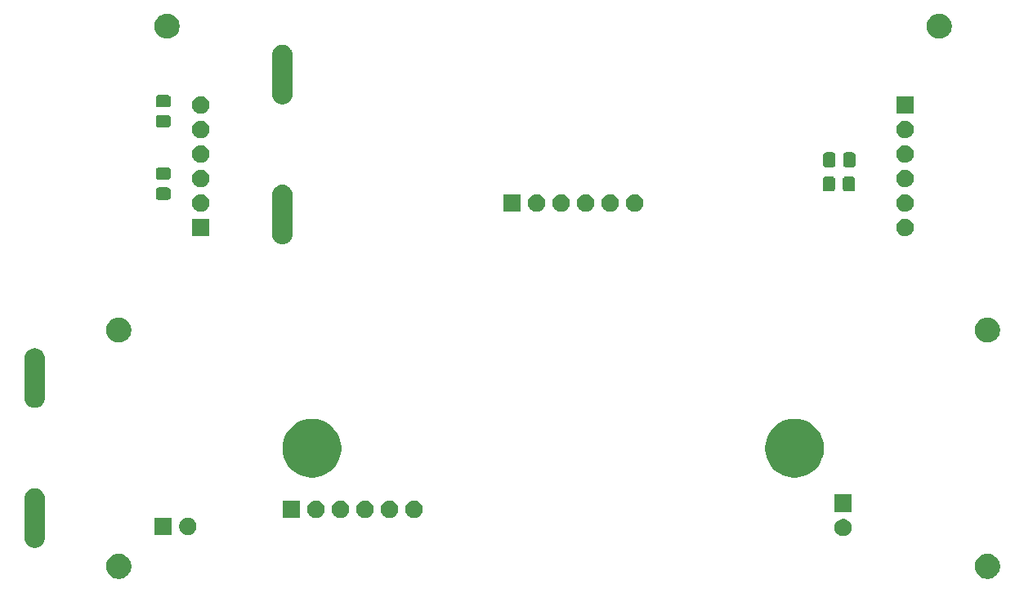
<source format=gbr>
G04 #@! TF.GenerationSoftware,KiCad,Pcbnew,9.0.4*
G04 #@! TF.CreationDate,2025-08-30T14:04:45-07:00*
G04 #@! TF.ProjectId,romi_board_bottom,726f6d69-5f62-46f6-9172-645f626f7474,rev?*
G04 #@! TF.SameCoordinates,Original*
G04 #@! TF.FileFunction,Soldermask,Top*
G04 #@! TF.FilePolarity,Negative*
%FSLAX46Y46*%
G04 Gerber Fmt 4.6, Leading zero omitted, Abs format (unit mm)*
G04 Created by KiCad (PCBNEW 9.0.4) date 2025-08-30 14:04:45*
%MOMM*%
%LPD*%
G01*
G04 APERTURE LIST*
G04 APERTURE END LIST*
G36*
X56695834Y-147875923D02*
G01*
X56889993Y-147939009D01*
X57071893Y-148031691D01*
X57237054Y-148151688D01*
X57381410Y-148296044D01*
X57501407Y-148461205D01*
X57594089Y-148643105D01*
X57657175Y-148837264D01*
X57689111Y-149038901D01*
X57689111Y-149243051D01*
X57657175Y-149444688D01*
X57594089Y-149638847D01*
X57501407Y-149820747D01*
X57381410Y-149985908D01*
X57237054Y-150130264D01*
X57071893Y-150250261D01*
X56889993Y-150342943D01*
X56695834Y-150406029D01*
X56494197Y-150437965D01*
X56290047Y-150437965D01*
X56088410Y-150406029D01*
X55894251Y-150342943D01*
X55712351Y-150250261D01*
X55547190Y-150130264D01*
X55402834Y-149985908D01*
X55282837Y-149820747D01*
X55190155Y-149638847D01*
X55127069Y-149444688D01*
X55095133Y-149243051D01*
X55095133Y-149038901D01*
X55127069Y-148837264D01*
X55190155Y-148643105D01*
X55282837Y-148461205D01*
X55402834Y-148296044D01*
X55547190Y-148151688D01*
X55712351Y-148031691D01*
X55894251Y-147939009D01*
X56088410Y-147875923D01*
X56290047Y-147843987D01*
X56494197Y-147843987D01*
X56695834Y-147875923D01*
G37*
G36*
X146695834Y-147875923D02*
G01*
X146889993Y-147939009D01*
X147071893Y-148031691D01*
X147237054Y-148151688D01*
X147381410Y-148296044D01*
X147501407Y-148461205D01*
X147594089Y-148643105D01*
X147657175Y-148837264D01*
X147689111Y-149038901D01*
X147689111Y-149243051D01*
X147657175Y-149444688D01*
X147594089Y-149638847D01*
X147501407Y-149820747D01*
X147381410Y-149985908D01*
X147237054Y-150130264D01*
X147071893Y-150250261D01*
X146889993Y-150342943D01*
X146695834Y-150406029D01*
X146494197Y-150437965D01*
X146290047Y-150437965D01*
X146088410Y-150406029D01*
X145894251Y-150342943D01*
X145712351Y-150250261D01*
X145547190Y-150130264D01*
X145402834Y-149985908D01*
X145282837Y-149820747D01*
X145190155Y-149638847D01*
X145127069Y-149444688D01*
X145095133Y-149243051D01*
X145095133Y-149038901D01*
X145127069Y-148837264D01*
X145190155Y-148643105D01*
X145282837Y-148461205D01*
X145402834Y-148296044D01*
X145547190Y-148151688D01*
X145712351Y-148031691D01*
X145894251Y-147939009D01*
X146088410Y-147875923D01*
X146290047Y-147843987D01*
X146494197Y-147843987D01*
X146695834Y-147875923D01*
G37*
G36*
X47764511Y-141045085D02*
G01*
X47776118Y-141045085D01*
X47821478Y-141054107D01*
X47919717Y-141069667D01*
X47951312Y-141079933D01*
X47980114Y-141085662D01*
X48020758Y-141102497D01*
X48078001Y-141121097D01*
X48131634Y-141148424D01*
X48172274Y-141165258D01*
X48196686Y-141181569D01*
X48226289Y-141196653D01*
X48306762Y-141255120D01*
X48345213Y-141280812D01*
X48353419Y-141289018D01*
X48360934Y-141294478D01*
X48478619Y-141412163D01*
X48484078Y-141419677D01*
X48492286Y-141427885D01*
X48517980Y-141466340D01*
X48576444Y-141546808D01*
X48591526Y-141576408D01*
X48607840Y-141600824D01*
X48624675Y-141641468D01*
X48652000Y-141695096D01*
X48670597Y-141752332D01*
X48687436Y-141792984D01*
X48693166Y-141821790D01*
X48703430Y-141853380D01*
X48718988Y-141951608D01*
X48728013Y-141996980D01*
X48728839Y-142013808D01*
X48729851Y-142020193D01*
X48732638Y-142091134D01*
X48733122Y-142100976D01*
X48733122Y-146160976D01*
X48732638Y-146170821D01*
X48729851Y-146241758D01*
X48728839Y-146248142D01*
X48728013Y-146264972D01*
X48718987Y-146310347D01*
X48703430Y-146408571D01*
X48693166Y-146440158D01*
X48687436Y-146468968D01*
X48670595Y-146509623D01*
X48652000Y-146566855D01*
X48624678Y-146620477D01*
X48607840Y-146661128D01*
X48591523Y-146685546D01*
X48576444Y-146715143D01*
X48517989Y-146795599D01*
X48492286Y-146834067D01*
X48484076Y-146842276D01*
X48478619Y-146849788D01*
X48360934Y-146967473D01*
X48353422Y-146972930D01*
X48345213Y-146981140D01*
X48306745Y-147006843D01*
X48226289Y-147065298D01*
X48196692Y-147080377D01*
X48172274Y-147096694D01*
X48131623Y-147113532D01*
X48078001Y-147140854D01*
X48020769Y-147159449D01*
X47980114Y-147176290D01*
X47951304Y-147182020D01*
X47919717Y-147192284D01*
X47821488Y-147207842D01*
X47776118Y-147216867D01*
X47764511Y-147216867D01*
X47755337Y-147218320D01*
X47588907Y-147218320D01*
X47579733Y-147216867D01*
X47568126Y-147216867D01*
X47522757Y-147207842D01*
X47424526Y-147192284D01*
X47392936Y-147182020D01*
X47364130Y-147176290D01*
X47323478Y-147159451D01*
X47266242Y-147140854D01*
X47212614Y-147113529D01*
X47171970Y-147096694D01*
X47147554Y-147080380D01*
X47117954Y-147065298D01*
X47037486Y-147006834D01*
X46999031Y-146981140D01*
X46990823Y-146972932D01*
X46983309Y-146967473D01*
X46865624Y-146849788D01*
X46860164Y-146842273D01*
X46851958Y-146834067D01*
X46826266Y-146795616D01*
X46767799Y-146715143D01*
X46752715Y-146685540D01*
X46736404Y-146661128D01*
X46719570Y-146620488D01*
X46692243Y-146566855D01*
X46673643Y-146509612D01*
X46656808Y-146468968D01*
X46651079Y-146440166D01*
X46640813Y-146408571D01*
X46625251Y-146310322D01*
X46616231Y-146264972D01*
X46615404Y-146248151D01*
X46614392Y-146241758D01*
X46611604Y-146170806D01*
X46611122Y-146160976D01*
X46611122Y-142100976D01*
X46611604Y-142091149D01*
X46614392Y-142020193D01*
X46615404Y-142013798D01*
X46616231Y-141996980D01*
X46625251Y-141951632D01*
X46640813Y-141853380D01*
X46651079Y-141821783D01*
X46656808Y-141792984D01*
X46673642Y-141752343D01*
X46692243Y-141695096D01*
X46719572Y-141641458D01*
X46736404Y-141600824D01*
X46752713Y-141576414D01*
X46767799Y-141546808D01*
X46826274Y-141466323D01*
X46851958Y-141427885D01*
X46860161Y-141419681D01*
X46865624Y-141412163D01*
X46983309Y-141294478D01*
X46990827Y-141289015D01*
X46999031Y-141280812D01*
X47037469Y-141255128D01*
X47117954Y-141196653D01*
X47147560Y-141181567D01*
X47171970Y-141165258D01*
X47212604Y-141148426D01*
X47266242Y-141121097D01*
X47323489Y-141102496D01*
X47364130Y-141085662D01*
X47392929Y-141079933D01*
X47424526Y-141069667D01*
X47522767Y-141054107D01*
X47568126Y-141045085D01*
X47579733Y-141045085D01*
X47588907Y-141043632D01*
X47755337Y-141043632D01*
X47764511Y-141045085D01*
G37*
G36*
X131683668Y-144258773D02*
G01*
X131846850Y-144326365D01*
X131993710Y-144424494D01*
X132118604Y-144549388D01*
X132216733Y-144696248D01*
X132284325Y-144859430D01*
X132318783Y-145032663D01*
X132318783Y-145209289D01*
X132284325Y-145382522D01*
X132216733Y-145545704D01*
X132118604Y-145692564D01*
X131993710Y-145817458D01*
X131846850Y-145915587D01*
X131683668Y-145983179D01*
X131510435Y-146017637D01*
X131333809Y-146017637D01*
X131160576Y-145983179D01*
X130997394Y-145915587D01*
X130850534Y-145817458D01*
X130725640Y-145692564D01*
X130627511Y-145545704D01*
X130559919Y-145382522D01*
X130525461Y-145209289D01*
X130525461Y-145032663D01*
X130559919Y-144859430D01*
X130627511Y-144696248D01*
X130725640Y-144549388D01*
X130850534Y-144424494D01*
X130997394Y-144326365D01*
X131160576Y-144258773D01*
X131333809Y-144224315D01*
X131510435Y-144224315D01*
X131683668Y-144258773D01*
G37*
G36*
X61869517Y-144102882D02*
G01*
X61886062Y-144113938D01*
X61897118Y-144130483D01*
X61901000Y-144150000D01*
X61901000Y-145850000D01*
X61897118Y-145869517D01*
X61886062Y-145886062D01*
X61869517Y-145897118D01*
X61850000Y-145901000D01*
X60150000Y-145901000D01*
X60130483Y-145897118D01*
X60113938Y-145886062D01*
X60102882Y-145869517D01*
X60099000Y-145850000D01*
X60099000Y-144150000D01*
X60102882Y-144130483D01*
X60113938Y-144113938D01*
X60130483Y-144102882D01*
X60150000Y-144099000D01*
X61850000Y-144099000D01*
X61869517Y-144102882D01*
G37*
G36*
X63801546Y-144137797D02*
G01*
X63964728Y-144205389D01*
X64111588Y-144303518D01*
X64236482Y-144428412D01*
X64334611Y-144575272D01*
X64402203Y-144738454D01*
X64436661Y-144911687D01*
X64436661Y-145088313D01*
X64402203Y-145261546D01*
X64334611Y-145424728D01*
X64236482Y-145571588D01*
X64111588Y-145696482D01*
X63964728Y-145794611D01*
X63801546Y-145862203D01*
X63628313Y-145896661D01*
X63451687Y-145896661D01*
X63278454Y-145862203D01*
X63115272Y-145794611D01*
X62968412Y-145696482D01*
X62843518Y-145571588D01*
X62745389Y-145424728D01*
X62677797Y-145261546D01*
X62643339Y-145088313D01*
X62643339Y-144911687D01*
X62677797Y-144738454D01*
X62745389Y-144575272D01*
X62843518Y-144428412D01*
X62968412Y-144303518D01*
X63115272Y-144205389D01*
X63278454Y-144137797D01*
X63451687Y-144103339D01*
X63628313Y-144103339D01*
X63801546Y-144137797D01*
G37*
G36*
X75141639Y-142323858D02*
G01*
X75158184Y-142334914D01*
X75169240Y-142351459D01*
X75173122Y-142370976D01*
X75173122Y-144070976D01*
X75169240Y-144090493D01*
X75158184Y-144107038D01*
X75141639Y-144118094D01*
X75122122Y-144121976D01*
X73422122Y-144121976D01*
X73402605Y-144118094D01*
X73386060Y-144107038D01*
X73375004Y-144090493D01*
X73371122Y-144070976D01*
X73371122Y-142370976D01*
X73375004Y-142351459D01*
X73386060Y-142334914D01*
X73402605Y-142323858D01*
X73422122Y-142319976D01*
X75122122Y-142319976D01*
X75141639Y-142323858D01*
G37*
G36*
X77073668Y-142358773D02*
G01*
X77236850Y-142426365D01*
X77383710Y-142524494D01*
X77508604Y-142649388D01*
X77606733Y-142796248D01*
X77674325Y-142959430D01*
X77708783Y-143132663D01*
X77708783Y-143309289D01*
X77674325Y-143482522D01*
X77606733Y-143645704D01*
X77508604Y-143792564D01*
X77383710Y-143917458D01*
X77236850Y-144015587D01*
X77073668Y-144083179D01*
X76900435Y-144117637D01*
X76723809Y-144117637D01*
X76550576Y-144083179D01*
X76387394Y-144015587D01*
X76240534Y-143917458D01*
X76115640Y-143792564D01*
X76017511Y-143645704D01*
X75949919Y-143482522D01*
X75915461Y-143309289D01*
X75915461Y-143132663D01*
X75949919Y-142959430D01*
X76017511Y-142796248D01*
X76115640Y-142649388D01*
X76240534Y-142524494D01*
X76387394Y-142426365D01*
X76550576Y-142358773D01*
X76723809Y-142324315D01*
X76900435Y-142324315D01*
X77073668Y-142358773D01*
G37*
G36*
X79613668Y-142358773D02*
G01*
X79776850Y-142426365D01*
X79923710Y-142524494D01*
X80048604Y-142649388D01*
X80146733Y-142796248D01*
X80214325Y-142959430D01*
X80248783Y-143132663D01*
X80248783Y-143309289D01*
X80214325Y-143482522D01*
X80146733Y-143645704D01*
X80048604Y-143792564D01*
X79923710Y-143917458D01*
X79776850Y-144015587D01*
X79613668Y-144083179D01*
X79440435Y-144117637D01*
X79263809Y-144117637D01*
X79090576Y-144083179D01*
X78927394Y-144015587D01*
X78780534Y-143917458D01*
X78655640Y-143792564D01*
X78557511Y-143645704D01*
X78489919Y-143482522D01*
X78455461Y-143309289D01*
X78455461Y-143132663D01*
X78489919Y-142959430D01*
X78557511Y-142796248D01*
X78655640Y-142649388D01*
X78780534Y-142524494D01*
X78927394Y-142426365D01*
X79090576Y-142358773D01*
X79263809Y-142324315D01*
X79440435Y-142324315D01*
X79613668Y-142358773D01*
G37*
G36*
X82153668Y-142358773D02*
G01*
X82316850Y-142426365D01*
X82463710Y-142524494D01*
X82588604Y-142649388D01*
X82686733Y-142796248D01*
X82754325Y-142959430D01*
X82788783Y-143132663D01*
X82788783Y-143309289D01*
X82754325Y-143482522D01*
X82686733Y-143645704D01*
X82588604Y-143792564D01*
X82463710Y-143917458D01*
X82316850Y-144015587D01*
X82153668Y-144083179D01*
X81980435Y-144117637D01*
X81803809Y-144117637D01*
X81630576Y-144083179D01*
X81467394Y-144015587D01*
X81320534Y-143917458D01*
X81195640Y-143792564D01*
X81097511Y-143645704D01*
X81029919Y-143482522D01*
X80995461Y-143309289D01*
X80995461Y-143132663D01*
X81029919Y-142959430D01*
X81097511Y-142796248D01*
X81195640Y-142649388D01*
X81320534Y-142524494D01*
X81467394Y-142426365D01*
X81630576Y-142358773D01*
X81803809Y-142324315D01*
X81980435Y-142324315D01*
X82153668Y-142358773D01*
G37*
G36*
X84693668Y-142358773D02*
G01*
X84856850Y-142426365D01*
X85003710Y-142524494D01*
X85128604Y-142649388D01*
X85226733Y-142796248D01*
X85294325Y-142959430D01*
X85328783Y-143132663D01*
X85328783Y-143309289D01*
X85294325Y-143482522D01*
X85226733Y-143645704D01*
X85128604Y-143792564D01*
X85003710Y-143917458D01*
X84856850Y-144015587D01*
X84693668Y-144083179D01*
X84520435Y-144117637D01*
X84343809Y-144117637D01*
X84170576Y-144083179D01*
X84007394Y-144015587D01*
X83860534Y-143917458D01*
X83735640Y-143792564D01*
X83637511Y-143645704D01*
X83569919Y-143482522D01*
X83535461Y-143309289D01*
X83535461Y-143132663D01*
X83569919Y-142959430D01*
X83637511Y-142796248D01*
X83735640Y-142649388D01*
X83860534Y-142524494D01*
X84007394Y-142426365D01*
X84170576Y-142358773D01*
X84343809Y-142324315D01*
X84520435Y-142324315D01*
X84693668Y-142358773D01*
G37*
G36*
X87233668Y-142358773D02*
G01*
X87396850Y-142426365D01*
X87543710Y-142524494D01*
X87668604Y-142649388D01*
X87766733Y-142796248D01*
X87834325Y-142959430D01*
X87868783Y-143132663D01*
X87868783Y-143309289D01*
X87834325Y-143482522D01*
X87766733Y-143645704D01*
X87668604Y-143792564D01*
X87543710Y-143917458D01*
X87396850Y-144015587D01*
X87233668Y-144083179D01*
X87060435Y-144117637D01*
X86883809Y-144117637D01*
X86710576Y-144083179D01*
X86547394Y-144015587D01*
X86400534Y-143917458D01*
X86275640Y-143792564D01*
X86177511Y-143645704D01*
X86109919Y-143482522D01*
X86075461Y-143309289D01*
X86075461Y-143132663D01*
X86109919Y-142959430D01*
X86177511Y-142796248D01*
X86275640Y-142649388D01*
X86400534Y-142524494D01*
X86547394Y-142426365D01*
X86710576Y-142358773D01*
X86883809Y-142324315D01*
X87060435Y-142324315D01*
X87233668Y-142358773D01*
G37*
G36*
X132291639Y-141683858D02*
G01*
X132308184Y-141694914D01*
X132319240Y-141711459D01*
X132323122Y-141730976D01*
X132323122Y-143430976D01*
X132319240Y-143450493D01*
X132308184Y-143467038D01*
X132291639Y-143478094D01*
X132272122Y-143481976D01*
X130572122Y-143481976D01*
X130552605Y-143478094D01*
X130536060Y-143467038D01*
X130525004Y-143450493D01*
X130521122Y-143430976D01*
X130521122Y-141730976D01*
X130525004Y-141711459D01*
X130536060Y-141694914D01*
X130552605Y-141683858D01*
X130572122Y-141679976D01*
X132272122Y-141679976D01*
X132291639Y-141683858D01*
G37*
G36*
X76903183Y-133883084D02*
G01*
X77236747Y-133959217D01*
X77559689Y-134072220D01*
X77867948Y-134220669D01*
X78157648Y-134402700D01*
X78425145Y-134616022D01*
X78667076Y-134857953D01*
X78880398Y-135125450D01*
X79062429Y-135415150D01*
X79210878Y-135723409D01*
X79323881Y-136046351D01*
X79400014Y-136379915D01*
X79438322Y-136719905D01*
X79438322Y-137062047D01*
X79400014Y-137402037D01*
X79323881Y-137735601D01*
X79210878Y-138058543D01*
X79062429Y-138366802D01*
X78880398Y-138656502D01*
X78667076Y-138923999D01*
X78425145Y-139165930D01*
X78157648Y-139379252D01*
X77867948Y-139561283D01*
X77559689Y-139709732D01*
X77236747Y-139822735D01*
X76903183Y-139898868D01*
X76563193Y-139937176D01*
X76221051Y-139937176D01*
X75881061Y-139898868D01*
X75547497Y-139822735D01*
X75224555Y-139709732D01*
X74916296Y-139561283D01*
X74626596Y-139379252D01*
X74359099Y-139165930D01*
X74117168Y-138923999D01*
X73903846Y-138656502D01*
X73721815Y-138366802D01*
X73573366Y-138058543D01*
X73460363Y-137735601D01*
X73384230Y-137402037D01*
X73345922Y-137062047D01*
X73345922Y-136719905D01*
X73384230Y-136379915D01*
X73460363Y-136046351D01*
X73573366Y-135723409D01*
X73721815Y-135415150D01*
X73903846Y-135125450D01*
X74117168Y-134857953D01*
X74359099Y-134616022D01*
X74626596Y-134402700D01*
X74916296Y-134220669D01*
X75224555Y-134072220D01*
X75547497Y-133959217D01*
X75881061Y-133883084D01*
X76221051Y-133844776D01*
X76563193Y-133844776D01*
X76903183Y-133883084D01*
G37*
G36*
X126903183Y-133883084D02*
G01*
X127236747Y-133959217D01*
X127559689Y-134072220D01*
X127867948Y-134220669D01*
X128157648Y-134402700D01*
X128425145Y-134616022D01*
X128667076Y-134857953D01*
X128880398Y-135125450D01*
X129062429Y-135415150D01*
X129210878Y-135723409D01*
X129323881Y-136046351D01*
X129400014Y-136379915D01*
X129438322Y-136719905D01*
X129438322Y-137062047D01*
X129400014Y-137402037D01*
X129323881Y-137735601D01*
X129210878Y-138058543D01*
X129062429Y-138366802D01*
X128880398Y-138656502D01*
X128667076Y-138923999D01*
X128425145Y-139165930D01*
X128157648Y-139379252D01*
X127867948Y-139561283D01*
X127559689Y-139709732D01*
X127236747Y-139822735D01*
X126903183Y-139898868D01*
X126563193Y-139937176D01*
X126221051Y-139937176D01*
X125881061Y-139898868D01*
X125547497Y-139822735D01*
X125224555Y-139709732D01*
X124916296Y-139561283D01*
X124626596Y-139379252D01*
X124359099Y-139165930D01*
X124117168Y-138923999D01*
X123903846Y-138656502D01*
X123721815Y-138366802D01*
X123573366Y-138058543D01*
X123460363Y-137735601D01*
X123384230Y-137402037D01*
X123345922Y-137062047D01*
X123345922Y-136719905D01*
X123384230Y-136379915D01*
X123460363Y-136046351D01*
X123573366Y-135723409D01*
X123721815Y-135415150D01*
X123903846Y-135125450D01*
X124117168Y-134857953D01*
X124359099Y-134616022D01*
X124626596Y-134402700D01*
X124916296Y-134220669D01*
X125224555Y-134072220D01*
X125547497Y-133959217D01*
X125881061Y-133883084D01*
X126221051Y-133844776D01*
X126563193Y-133844776D01*
X126903183Y-133883084D01*
G37*
G36*
X47764511Y-126545085D02*
G01*
X47776118Y-126545085D01*
X47821478Y-126554107D01*
X47919717Y-126569667D01*
X47951312Y-126579933D01*
X47980114Y-126585662D01*
X48020758Y-126602497D01*
X48078001Y-126621097D01*
X48131634Y-126648424D01*
X48172274Y-126665258D01*
X48196686Y-126681569D01*
X48226289Y-126696653D01*
X48306762Y-126755120D01*
X48345213Y-126780812D01*
X48353419Y-126789018D01*
X48360934Y-126794478D01*
X48478619Y-126912163D01*
X48484078Y-126919677D01*
X48492286Y-126927885D01*
X48517980Y-126966340D01*
X48576444Y-127046808D01*
X48591526Y-127076408D01*
X48607840Y-127100824D01*
X48624675Y-127141468D01*
X48652000Y-127195096D01*
X48670597Y-127252332D01*
X48687436Y-127292984D01*
X48693166Y-127321790D01*
X48703430Y-127353380D01*
X48718988Y-127451608D01*
X48728013Y-127496980D01*
X48728839Y-127513808D01*
X48729851Y-127520193D01*
X48732638Y-127591134D01*
X48733122Y-127600976D01*
X48733122Y-131660976D01*
X48732638Y-131670821D01*
X48729851Y-131741758D01*
X48728839Y-131748142D01*
X48728013Y-131764972D01*
X48718987Y-131810347D01*
X48703430Y-131908571D01*
X48693166Y-131940158D01*
X48687436Y-131968968D01*
X48670595Y-132009623D01*
X48652000Y-132066855D01*
X48624678Y-132120477D01*
X48607840Y-132161128D01*
X48591523Y-132185546D01*
X48576444Y-132215143D01*
X48517989Y-132295599D01*
X48492286Y-132334067D01*
X48484076Y-132342276D01*
X48478619Y-132349788D01*
X48360934Y-132467473D01*
X48353422Y-132472930D01*
X48345213Y-132481140D01*
X48306745Y-132506843D01*
X48226289Y-132565298D01*
X48196692Y-132580377D01*
X48172274Y-132596694D01*
X48131623Y-132613532D01*
X48078001Y-132640854D01*
X48020769Y-132659449D01*
X47980114Y-132676290D01*
X47951304Y-132682020D01*
X47919717Y-132692284D01*
X47821488Y-132707842D01*
X47776118Y-132716867D01*
X47764511Y-132716867D01*
X47755337Y-132718320D01*
X47588907Y-132718320D01*
X47579733Y-132716867D01*
X47568126Y-132716867D01*
X47522757Y-132707842D01*
X47424526Y-132692284D01*
X47392936Y-132682020D01*
X47364130Y-132676290D01*
X47323478Y-132659451D01*
X47266242Y-132640854D01*
X47212614Y-132613529D01*
X47171970Y-132596694D01*
X47147554Y-132580380D01*
X47117954Y-132565298D01*
X47037486Y-132506834D01*
X46999031Y-132481140D01*
X46990823Y-132472932D01*
X46983309Y-132467473D01*
X46865624Y-132349788D01*
X46860164Y-132342273D01*
X46851958Y-132334067D01*
X46826266Y-132295616D01*
X46767799Y-132215143D01*
X46752715Y-132185540D01*
X46736404Y-132161128D01*
X46719570Y-132120488D01*
X46692243Y-132066855D01*
X46673643Y-132009612D01*
X46656808Y-131968968D01*
X46651079Y-131940166D01*
X46640813Y-131908571D01*
X46625251Y-131810322D01*
X46616231Y-131764972D01*
X46615404Y-131748151D01*
X46614392Y-131741758D01*
X46611604Y-131670806D01*
X46611122Y-131660976D01*
X46611122Y-127600976D01*
X46611604Y-127591149D01*
X46614392Y-127520193D01*
X46615404Y-127513798D01*
X46616231Y-127496980D01*
X46625251Y-127451632D01*
X46640813Y-127353380D01*
X46651079Y-127321783D01*
X46656808Y-127292984D01*
X46673642Y-127252343D01*
X46692243Y-127195096D01*
X46719572Y-127141458D01*
X46736404Y-127100824D01*
X46752713Y-127076414D01*
X46767799Y-127046808D01*
X46826274Y-126966323D01*
X46851958Y-126927885D01*
X46860161Y-126919681D01*
X46865624Y-126912163D01*
X46983309Y-126794478D01*
X46990827Y-126789015D01*
X46999031Y-126780812D01*
X47037469Y-126755128D01*
X47117954Y-126696653D01*
X47147560Y-126681567D01*
X47171970Y-126665258D01*
X47212604Y-126648426D01*
X47266242Y-126621097D01*
X47323489Y-126602496D01*
X47364130Y-126585662D01*
X47392929Y-126579933D01*
X47424526Y-126569667D01*
X47522767Y-126554107D01*
X47568126Y-126545085D01*
X47579733Y-126545085D01*
X47588907Y-126543632D01*
X47755337Y-126543632D01*
X47764511Y-126545085D01*
G37*
G36*
X56695834Y-123375923D02*
G01*
X56889993Y-123439009D01*
X57071893Y-123531691D01*
X57237054Y-123651688D01*
X57381410Y-123796044D01*
X57501407Y-123961205D01*
X57594089Y-124143105D01*
X57657175Y-124337264D01*
X57689111Y-124538901D01*
X57689111Y-124743051D01*
X57657175Y-124944688D01*
X57594089Y-125138847D01*
X57501407Y-125320747D01*
X57381410Y-125485908D01*
X57237054Y-125630264D01*
X57071893Y-125750261D01*
X56889993Y-125842943D01*
X56695834Y-125906029D01*
X56494197Y-125937965D01*
X56290047Y-125937965D01*
X56088410Y-125906029D01*
X55894251Y-125842943D01*
X55712351Y-125750261D01*
X55547190Y-125630264D01*
X55402834Y-125485908D01*
X55282837Y-125320747D01*
X55190155Y-125138847D01*
X55127069Y-124944688D01*
X55095133Y-124743051D01*
X55095133Y-124538901D01*
X55127069Y-124337264D01*
X55190155Y-124143105D01*
X55282837Y-123961205D01*
X55402834Y-123796044D01*
X55547190Y-123651688D01*
X55712351Y-123531691D01*
X55894251Y-123439009D01*
X56088410Y-123375923D01*
X56290047Y-123343987D01*
X56494197Y-123343987D01*
X56695834Y-123375923D01*
G37*
G36*
X146695834Y-123375923D02*
G01*
X146889993Y-123439009D01*
X147071893Y-123531691D01*
X147237054Y-123651688D01*
X147381410Y-123796044D01*
X147501407Y-123961205D01*
X147594089Y-124143105D01*
X147657175Y-124337264D01*
X147689111Y-124538901D01*
X147689111Y-124743051D01*
X147657175Y-124944688D01*
X147594089Y-125138847D01*
X147501407Y-125320747D01*
X147381410Y-125485908D01*
X147237054Y-125630264D01*
X147071893Y-125750261D01*
X146889993Y-125842943D01*
X146695834Y-125906029D01*
X146494197Y-125937965D01*
X146290047Y-125937965D01*
X146088410Y-125906029D01*
X145894251Y-125842943D01*
X145712351Y-125750261D01*
X145547190Y-125630264D01*
X145402834Y-125485908D01*
X145282837Y-125320747D01*
X145190155Y-125138847D01*
X145127069Y-124944688D01*
X145095133Y-124743051D01*
X145095133Y-124538901D01*
X145127069Y-124337264D01*
X145190155Y-124143105D01*
X145282837Y-123961205D01*
X145402834Y-123796044D01*
X145547190Y-123651688D01*
X145712351Y-123531691D01*
X145894251Y-123439009D01*
X146088410Y-123375923D01*
X146290047Y-123343987D01*
X146494197Y-123343987D01*
X146695834Y-123375923D01*
G37*
G36*
X73424511Y-109575085D02*
G01*
X73436118Y-109575085D01*
X73481478Y-109584107D01*
X73579717Y-109599667D01*
X73611312Y-109609933D01*
X73640114Y-109615662D01*
X73680758Y-109632497D01*
X73738001Y-109651097D01*
X73791634Y-109678424D01*
X73832274Y-109695258D01*
X73856686Y-109711569D01*
X73886289Y-109726653D01*
X73966762Y-109785120D01*
X74005213Y-109810812D01*
X74013419Y-109819018D01*
X74020934Y-109824478D01*
X74138619Y-109942163D01*
X74144078Y-109949677D01*
X74152286Y-109957885D01*
X74177980Y-109996340D01*
X74236444Y-110076808D01*
X74251526Y-110106408D01*
X74267840Y-110130824D01*
X74284675Y-110171468D01*
X74312000Y-110225096D01*
X74330597Y-110282332D01*
X74347436Y-110322984D01*
X74353166Y-110351790D01*
X74363430Y-110383380D01*
X74378988Y-110481608D01*
X74388013Y-110526980D01*
X74388839Y-110543808D01*
X74389851Y-110550193D01*
X74392638Y-110621134D01*
X74393122Y-110630976D01*
X74393122Y-114690976D01*
X74392638Y-114700821D01*
X74389851Y-114771758D01*
X74388839Y-114778142D01*
X74388013Y-114794972D01*
X74378987Y-114840347D01*
X74363430Y-114938571D01*
X74353166Y-114970158D01*
X74347436Y-114998968D01*
X74330595Y-115039623D01*
X74312000Y-115096855D01*
X74284678Y-115150477D01*
X74267840Y-115191128D01*
X74251523Y-115215546D01*
X74236444Y-115245143D01*
X74177989Y-115325599D01*
X74152286Y-115364067D01*
X74144076Y-115372276D01*
X74138619Y-115379788D01*
X74020934Y-115497473D01*
X74013422Y-115502930D01*
X74005213Y-115511140D01*
X73966745Y-115536843D01*
X73886289Y-115595298D01*
X73856692Y-115610377D01*
X73832274Y-115626694D01*
X73791623Y-115643532D01*
X73738001Y-115670854D01*
X73680769Y-115689449D01*
X73640114Y-115706290D01*
X73611304Y-115712020D01*
X73579717Y-115722284D01*
X73481488Y-115737842D01*
X73436118Y-115746867D01*
X73424511Y-115746867D01*
X73415337Y-115748320D01*
X73248907Y-115748320D01*
X73239733Y-115746867D01*
X73228126Y-115746867D01*
X73182757Y-115737842D01*
X73084526Y-115722284D01*
X73052936Y-115712020D01*
X73024130Y-115706290D01*
X72983478Y-115689451D01*
X72926242Y-115670854D01*
X72872614Y-115643529D01*
X72831970Y-115626694D01*
X72807554Y-115610380D01*
X72777954Y-115595298D01*
X72697486Y-115536834D01*
X72659031Y-115511140D01*
X72650823Y-115502932D01*
X72643309Y-115497473D01*
X72525624Y-115379788D01*
X72520164Y-115372273D01*
X72511958Y-115364067D01*
X72486266Y-115325616D01*
X72427799Y-115245143D01*
X72412715Y-115215540D01*
X72396404Y-115191128D01*
X72379570Y-115150488D01*
X72352243Y-115096855D01*
X72333643Y-115039612D01*
X72316808Y-114998968D01*
X72311079Y-114970166D01*
X72300813Y-114938571D01*
X72285251Y-114840322D01*
X72276231Y-114794972D01*
X72275404Y-114778151D01*
X72274392Y-114771758D01*
X72271604Y-114700806D01*
X72271122Y-114690976D01*
X72271122Y-110630976D01*
X72271604Y-110621149D01*
X72274392Y-110550193D01*
X72275404Y-110543798D01*
X72276231Y-110526980D01*
X72285251Y-110481632D01*
X72300813Y-110383380D01*
X72311079Y-110351783D01*
X72316808Y-110322984D01*
X72333642Y-110282343D01*
X72352243Y-110225096D01*
X72379572Y-110171458D01*
X72396404Y-110130824D01*
X72412713Y-110106414D01*
X72427799Y-110076808D01*
X72486274Y-109996323D01*
X72511958Y-109957885D01*
X72520161Y-109949681D01*
X72525624Y-109942163D01*
X72643309Y-109824478D01*
X72650827Y-109819015D01*
X72659031Y-109810812D01*
X72697469Y-109785128D01*
X72777954Y-109726653D01*
X72807560Y-109711567D01*
X72831970Y-109695258D01*
X72872604Y-109678426D01*
X72926242Y-109651097D01*
X72983489Y-109632496D01*
X73024130Y-109615662D01*
X73052929Y-109609933D01*
X73084526Y-109599667D01*
X73182767Y-109584107D01*
X73228126Y-109575085D01*
X73239733Y-109575085D01*
X73248907Y-109573632D01*
X73415337Y-109573632D01*
X73424511Y-109575085D01*
G37*
G36*
X65741639Y-113113858D02*
G01*
X65758184Y-113124914D01*
X65769240Y-113141459D01*
X65773122Y-113160976D01*
X65773122Y-114860976D01*
X65769240Y-114880493D01*
X65758184Y-114897038D01*
X65741639Y-114908094D01*
X65722122Y-114911976D01*
X64022122Y-114911976D01*
X64002605Y-114908094D01*
X63986060Y-114897038D01*
X63975004Y-114880493D01*
X63971122Y-114860976D01*
X63971122Y-113160976D01*
X63975004Y-113141459D01*
X63986060Y-113124914D01*
X64002605Y-113113858D01*
X64022122Y-113109976D01*
X65722122Y-113109976D01*
X65741639Y-113113858D01*
G37*
G36*
X138103668Y-113148773D02*
G01*
X138266850Y-113216365D01*
X138413710Y-113314494D01*
X138538604Y-113439388D01*
X138636733Y-113586248D01*
X138704325Y-113749430D01*
X138738783Y-113922663D01*
X138738783Y-114099289D01*
X138704325Y-114272522D01*
X138636733Y-114435704D01*
X138538604Y-114582564D01*
X138413710Y-114707458D01*
X138266850Y-114805587D01*
X138103668Y-114873179D01*
X137930435Y-114907637D01*
X137753809Y-114907637D01*
X137580576Y-114873179D01*
X137417394Y-114805587D01*
X137270534Y-114707458D01*
X137145640Y-114582564D01*
X137047511Y-114435704D01*
X136979919Y-114272522D01*
X136945461Y-114099289D01*
X136945461Y-113922663D01*
X136979919Y-113749430D01*
X137047511Y-113586248D01*
X137145640Y-113439388D01*
X137270534Y-113314494D01*
X137417394Y-113216365D01*
X137580576Y-113148773D01*
X137753809Y-113114315D01*
X137930435Y-113114315D01*
X138103668Y-113148773D01*
G37*
G36*
X98001639Y-110573858D02*
G01*
X98018184Y-110584914D01*
X98029240Y-110601459D01*
X98033122Y-110620976D01*
X98033122Y-112320976D01*
X98029240Y-112340493D01*
X98018184Y-112357038D01*
X98001639Y-112368094D01*
X97982122Y-112371976D01*
X96282122Y-112371976D01*
X96262605Y-112368094D01*
X96246060Y-112357038D01*
X96235004Y-112340493D01*
X96231122Y-112320976D01*
X96231122Y-110620976D01*
X96235004Y-110601459D01*
X96246060Y-110584914D01*
X96262605Y-110573858D01*
X96282122Y-110569976D01*
X97982122Y-110569976D01*
X98001639Y-110573858D01*
G37*
G36*
X65133668Y-110608773D02*
G01*
X65296850Y-110676365D01*
X65443710Y-110774494D01*
X65568604Y-110899388D01*
X65666733Y-111046248D01*
X65734325Y-111209430D01*
X65768783Y-111382663D01*
X65768783Y-111559289D01*
X65734325Y-111732522D01*
X65666733Y-111895704D01*
X65568604Y-112042564D01*
X65443710Y-112167458D01*
X65296850Y-112265587D01*
X65133668Y-112333179D01*
X64960435Y-112367637D01*
X64783809Y-112367637D01*
X64610576Y-112333179D01*
X64447394Y-112265587D01*
X64300534Y-112167458D01*
X64175640Y-112042564D01*
X64077511Y-111895704D01*
X64009919Y-111732522D01*
X63975461Y-111559289D01*
X63975461Y-111382663D01*
X64009919Y-111209430D01*
X64077511Y-111046248D01*
X64175640Y-110899388D01*
X64300534Y-110774494D01*
X64447394Y-110676365D01*
X64610576Y-110608773D01*
X64783809Y-110574315D01*
X64960435Y-110574315D01*
X65133668Y-110608773D01*
G37*
G36*
X99933668Y-110608773D02*
G01*
X100096850Y-110676365D01*
X100243710Y-110774494D01*
X100368604Y-110899388D01*
X100466733Y-111046248D01*
X100534325Y-111209430D01*
X100568783Y-111382663D01*
X100568783Y-111559289D01*
X100534325Y-111732522D01*
X100466733Y-111895704D01*
X100368604Y-112042564D01*
X100243710Y-112167458D01*
X100096850Y-112265587D01*
X99933668Y-112333179D01*
X99760435Y-112367637D01*
X99583809Y-112367637D01*
X99410576Y-112333179D01*
X99247394Y-112265587D01*
X99100534Y-112167458D01*
X98975640Y-112042564D01*
X98877511Y-111895704D01*
X98809919Y-111732522D01*
X98775461Y-111559289D01*
X98775461Y-111382663D01*
X98809919Y-111209430D01*
X98877511Y-111046248D01*
X98975640Y-110899388D01*
X99100534Y-110774494D01*
X99247394Y-110676365D01*
X99410576Y-110608773D01*
X99583809Y-110574315D01*
X99760435Y-110574315D01*
X99933668Y-110608773D01*
G37*
G36*
X102473668Y-110608773D02*
G01*
X102636850Y-110676365D01*
X102783710Y-110774494D01*
X102908604Y-110899388D01*
X103006733Y-111046248D01*
X103074325Y-111209430D01*
X103108783Y-111382663D01*
X103108783Y-111559289D01*
X103074325Y-111732522D01*
X103006733Y-111895704D01*
X102908604Y-112042564D01*
X102783710Y-112167458D01*
X102636850Y-112265587D01*
X102473668Y-112333179D01*
X102300435Y-112367637D01*
X102123809Y-112367637D01*
X101950576Y-112333179D01*
X101787394Y-112265587D01*
X101640534Y-112167458D01*
X101515640Y-112042564D01*
X101417511Y-111895704D01*
X101349919Y-111732522D01*
X101315461Y-111559289D01*
X101315461Y-111382663D01*
X101349919Y-111209430D01*
X101417511Y-111046248D01*
X101515640Y-110899388D01*
X101640534Y-110774494D01*
X101787394Y-110676365D01*
X101950576Y-110608773D01*
X102123809Y-110574315D01*
X102300435Y-110574315D01*
X102473668Y-110608773D01*
G37*
G36*
X105013668Y-110608773D02*
G01*
X105176850Y-110676365D01*
X105323710Y-110774494D01*
X105448604Y-110899388D01*
X105546733Y-111046248D01*
X105614325Y-111209430D01*
X105648783Y-111382663D01*
X105648783Y-111559289D01*
X105614325Y-111732522D01*
X105546733Y-111895704D01*
X105448604Y-112042564D01*
X105323710Y-112167458D01*
X105176850Y-112265587D01*
X105013668Y-112333179D01*
X104840435Y-112367637D01*
X104663809Y-112367637D01*
X104490576Y-112333179D01*
X104327394Y-112265587D01*
X104180534Y-112167458D01*
X104055640Y-112042564D01*
X103957511Y-111895704D01*
X103889919Y-111732522D01*
X103855461Y-111559289D01*
X103855461Y-111382663D01*
X103889919Y-111209430D01*
X103957511Y-111046248D01*
X104055640Y-110899388D01*
X104180534Y-110774494D01*
X104327394Y-110676365D01*
X104490576Y-110608773D01*
X104663809Y-110574315D01*
X104840435Y-110574315D01*
X105013668Y-110608773D01*
G37*
G36*
X107553668Y-110608773D02*
G01*
X107716850Y-110676365D01*
X107863710Y-110774494D01*
X107988604Y-110899388D01*
X108086733Y-111046248D01*
X108154325Y-111209430D01*
X108188783Y-111382663D01*
X108188783Y-111559289D01*
X108154325Y-111732522D01*
X108086733Y-111895704D01*
X107988604Y-112042564D01*
X107863710Y-112167458D01*
X107716850Y-112265587D01*
X107553668Y-112333179D01*
X107380435Y-112367637D01*
X107203809Y-112367637D01*
X107030576Y-112333179D01*
X106867394Y-112265587D01*
X106720534Y-112167458D01*
X106595640Y-112042564D01*
X106497511Y-111895704D01*
X106429919Y-111732522D01*
X106395461Y-111559289D01*
X106395461Y-111382663D01*
X106429919Y-111209430D01*
X106497511Y-111046248D01*
X106595640Y-110899388D01*
X106720534Y-110774494D01*
X106867394Y-110676365D01*
X107030576Y-110608773D01*
X107203809Y-110574315D01*
X107380435Y-110574315D01*
X107553668Y-110608773D01*
G37*
G36*
X110093668Y-110608773D02*
G01*
X110256850Y-110676365D01*
X110403710Y-110774494D01*
X110528604Y-110899388D01*
X110626733Y-111046248D01*
X110694325Y-111209430D01*
X110728783Y-111382663D01*
X110728783Y-111559289D01*
X110694325Y-111732522D01*
X110626733Y-111895704D01*
X110528604Y-112042564D01*
X110403710Y-112167458D01*
X110256850Y-112265587D01*
X110093668Y-112333179D01*
X109920435Y-112367637D01*
X109743809Y-112367637D01*
X109570576Y-112333179D01*
X109407394Y-112265587D01*
X109260534Y-112167458D01*
X109135640Y-112042564D01*
X109037511Y-111895704D01*
X108969919Y-111732522D01*
X108935461Y-111559289D01*
X108935461Y-111382663D01*
X108969919Y-111209430D01*
X109037511Y-111046248D01*
X109135640Y-110899388D01*
X109260534Y-110774494D01*
X109407394Y-110676365D01*
X109570576Y-110608773D01*
X109743809Y-110574315D01*
X109920435Y-110574315D01*
X110093668Y-110608773D01*
G37*
G36*
X138103668Y-110608773D02*
G01*
X138266850Y-110676365D01*
X138413710Y-110774494D01*
X138538604Y-110899388D01*
X138636733Y-111046248D01*
X138704325Y-111209430D01*
X138738783Y-111382663D01*
X138738783Y-111559289D01*
X138704325Y-111732522D01*
X138636733Y-111895704D01*
X138538604Y-112042564D01*
X138413710Y-112167458D01*
X138266850Y-112265587D01*
X138103668Y-112333179D01*
X137930435Y-112367637D01*
X137753809Y-112367637D01*
X137580576Y-112333179D01*
X137417394Y-112265587D01*
X137270534Y-112167458D01*
X137145640Y-112042564D01*
X137047511Y-111895704D01*
X136979919Y-111732522D01*
X136945461Y-111559289D01*
X136945461Y-111382663D01*
X136979919Y-111209430D01*
X137047511Y-111046248D01*
X137145640Y-110899388D01*
X137270534Y-110774494D01*
X137417394Y-110676365D01*
X137580576Y-110608773D01*
X137753809Y-110574315D01*
X137930435Y-110574315D01*
X138103668Y-110608773D01*
G37*
G36*
X61543914Y-109869495D02*
G01*
X61559726Y-109876476D01*
X61567531Y-109877713D01*
X61600039Y-109894276D01*
X61645106Y-109914176D01*
X61723324Y-109992394D01*
X61743226Y-110037467D01*
X61759786Y-110069968D01*
X61761021Y-110077770D01*
X61768005Y-110093586D01*
X61776000Y-110162500D01*
X61776000Y-110837500D01*
X61768005Y-110906414D01*
X61761021Y-110922229D01*
X61759786Y-110930031D01*
X61743229Y-110962524D01*
X61723324Y-111007606D01*
X61645106Y-111085824D01*
X61600024Y-111105729D01*
X61567531Y-111122286D01*
X61559729Y-111123521D01*
X61543914Y-111130505D01*
X61475000Y-111138500D01*
X60525000Y-111138500D01*
X60456086Y-111130505D01*
X60440270Y-111123521D01*
X60432468Y-111122286D01*
X60399967Y-111105726D01*
X60354894Y-111085824D01*
X60276676Y-111007606D01*
X60256776Y-110962539D01*
X60240213Y-110930031D01*
X60238976Y-110922226D01*
X60231995Y-110906414D01*
X60224000Y-110837500D01*
X60224000Y-110162500D01*
X60231995Y-110093586D01*
X60238976Y-110077774D01*
X60240213Y-110069968D01*
X60256780Y-110037453D01*
X60276676Y-109992394D01*
X60354894Y-109914176D01*
X60399953Y-109894280D01*
X60432468Y-109877713D01*
X60440274Y-109876476D01*
X60456086Y-109869495D01*
X60525000Y-109861500D01*
X61475000Y-109861500D01*
X61543914Y-109869495D01*
G37*
G36*
X130368914Y-108731995D02*
G01*
X130384726Y-108738976D01*
X130392531Y-108740213D01*
X130425039Y-108756776D01*
X130470106Y-108776676D01*
X130548324Y-108854894D01*
X130568226Y-108899967D01*
X130584786Y-108932468D01*
X130586021Y-108940270D01*
X130593005Y-108956086D01*
X130601000Y-109025000D01*
X130601000Y-109975000D01*
X130593005Y-110043914D01*
X130586021Y-110059729D01*
X130584786Y-110067531D01*
X130568229Y-110100024D01*
X130548324Y-110145106D01*
X130470106Y-110223324D01*
X130425024Y-110243229D01*
X130392531Y-110259786D01*
X130384729Y-110261021D01*
X130368914Y-110268005D01*
X130300000Y-110276000D01*
X129625000Y-110276000D01*
X129556086Y-110268005D01*
X129540270Y-110261021D01*
X129532468Y-110259786D01*
X129499967Y-110243226D01*
X129454894Y-110223324D01*
X129376676Y-110145106D01*
X129356776Y-110100039D01*
X129340213Y-110067531D01*
X129338976Y-110059726D01*
X129331995Y-110043914D01*
X129324000Y-109975000D01*
X129324000Y-109025000D01*
X129331995Y-108956086D01*
X129338976Y-108940274D01*
X129340213Y-108932468D01*
X129356780Y-108899953D01*
X129376676Y-108854894D01*
X129454894Y-108776676D01*
X129499953Y-108756780D01*
X129532468Y-108740213D01*
X129540274Y-108738976D01*
X129556086Y-108731995D01*
X129625000Y-108724000D01*
X130300000Y-108724000D01*
X130368914Y-108731995D01*
G37*
G36*
X132443914Y-108731995D02*
G01*
X132459726Y-108738976D01*
X132467531Y-108740213D01*
X132500039Y-108756776D01*
X132545106Y-108776676D01*
X132623324Y-108854894D01*
X132643226Y-108899967D01*
X132659786Y-108932468D01*
X132661021Y-108940270D01*
X132668005Y-108956086D01*
X132676000Y-109025000D01*
X132676000Y-109975000D01*
X132668005Y-110043914D01*
X132661021Y-110059729D01*
X132659786Y-110067531D01*
X132643229Y-110100024D01*
X132623324Y-110145106D01*
X132545106Y-110223324D01*
X132500024Y-110243229D01*
X132467531Y-110259786D01*
X132459729Y-110261021D01*
X132443914Y-110268005D01*
X132375000Y-110276000D01*
X131700000Y-110276000D01*
X131631086Y-110268005D01*
X131615270Y-110261021D01*
X131607468Y-110259786D01*
X131574967Y-110243226D01*
X131529894Y-110223324D01*
X131451676Y-110145106D01*
X131431776Y-110100039D01*
X131415213Y-110067531D01*
X131413976Y-110059726D01*
X131406995Y-110043914D01*
X131399000Y-109975000D01*
X131399000Y-109025000D01*
X131406995Y-108956086D01*
X131413976Y-108940274D01*
X131415213Y-108932468D01*
X131431780Y-108899953D01*
X131451676Y-108854894D01*
X131529894Y-108776676D01*
X131574953Y-108756780D01*
X131607468Y-108740213D01*
X131615274Y-108738976D01*
X131631086Y-108731995D01*
X131700000Y-108724000D01*
X132375000Y-108724000D01*
X132443914Y-108731995D01*
G37*
G36*
X65133668Y-108068773D02*
G01*
X65296850Y-108136365D01*
X65443710Y-108234494D01*
X65568604Y-108359388D01*
X65666733Y-108506248D01*
X65734325Y-108669430D01*
X65768783Y-108842663D01*
X65768783Y-109019289D01*
X65734325Y-109192522D01*
X65666733Y-109355704D01*
X65568604Y-109502564D01*
X65443710Y-109627458D01*
X65296850Y-109725587D01*
X65133668Y-109793179D01*
X64960435Y-109827637D01*
X64783809Y-109827637D01*
X64610576Y-109793179D01*
X64447394Y-109725587D01*
X64300534Y-109627458D01*
X64175640Y-109502564D01*
X64077511Y-109355704D01*
X64009919Y-109192522D01*
X63975461Y-109019289D01*
X63975461Y-108842663D01*
X64009919Y-108669430D01*
X64077511Y-108506248D01*
X64175640Y-108359388D01*
X64300534Y-108234494D01*
X64447394Y-108136365D01*
X64610576Y-108068773D01*
X64783809Y-108034315D01*
X64960435Y-108034315D01*
X65133668Y-108068773D01*
G37*
G36*
X138103668Y-108068773D02*
G01*
X138266850Y-108136365D01*
X138413710Y-108234494D01*
X138538604Y-108359388D01*
X138636733Y-108506248D01*
X138704325Y-108669430D01*
X138738783Y-108842663D01*
X138738783Y-109019289D01*
X138704325Y-109192522D01*
X138636733Y-109355704D01*
X138538604Y-109502564D01*
X138413710Y-109627458D01*
X138266850Y-109725587D01*
X138103668Y-109793179D01*
X137930435Y-109827637D01*
X137753809Y-109827637D01*
X137580576Y-109793179D01*
X137417394Y-109725587D01*
X137270534Y-109627458D01*
X137145640Y-109502564D01*
X137047511Y-109355704D01*
X136979919Y-109192522D01*
X136945461Y-109019289D01*
X136945461Y-108842663D01*
X136979919Y-108669430D01*
X137047511Y-108506248D01*
X137145640Y-108359388D01*
X137270534Y-108234494D01*
X137417394Y-108136365D01*
X137580576Y-108068773D01*
X137753809Y-108034315D01*
X137930435Y-108034315D01*
X138103668Y-108068773D01*
G37*
G36*
X61543914Y-107794495D02*
G01*
X61559726Y-107801476D01*
X61567531Y-107802713D01*
X61600039Y-107819276D01*
X61645106Y-107839176D01*
X61723324Y-107917394D01*
X61743226Y-107962467D01*
X61759786Y-107994968D01*
X61761021Y-108002770D01*
X61768005Y-108018586D01*
X61776000Y-108087500D01*
X61776000Y-108762500D01*
X61768005Y-108831414D01*
X61761021Y-108847229D01*
X61759786Y-108855031D01*
X61743229Y-108887524D01*
X61723324Y-108932606D01*
X61645106Y-109010824D01*
X61600024Y-109030729D01*
X61567531Y-109047286D01*
X61559729Y-109048521D01*
X61543914Y-109055505D01*
X61475000Y-109063500D01*
X60525000Y-109063500D01*
X60456086Y-109055505D01*
X60440270Y-109048521D01*
X60432468Y-109047286D01*
X60399967Y-109030726D01*
X60354894Y-109010824D01*
X60276676Y-108932606D01*
X60256776Y-108887539D01*
X60240213Y-108855031D01*
X60238976Y-108847226D01*
X60231995Y-108831414D01*
X60224000Y-108762500D01*
X60224000Y-108087500D01*
X60231995Y-108018586D01*
X60238976Y-108002774D01*
X60240213Y-107994968D01*
X60256780Y-107962453D01*
X60276676Y-107917394D01*
X60354894Y-107839176D01*
X60399953Y-107819280D01*
X60432468Y-107802713D01*
X60440274Y-107801476D01*
X60456086Y-107794495D01*
X60525000Y-107786500D01*
X61475000Y-107786500D01*
X61543914Y-107794495D01*
G37*
G36*
X130406414Y-106231995D02*
G01*
X130422226Y-106238976D01*
X130430031Y-106240213D01*
X130462539Y-106256776D01*
X130507606Y-106276676D01*
X130585824Y-106354894D01*
X130605726Y-106399967D01*
X130622286Y-106432468D01*
X130623521Y-106440270D01*
X130630505Y-106456086D01*
X130638500Y-106525000D01*
X130638500Y-107475000D01*
X130630505Y-107543914D01*
X130623521Y-107559729D01*
X130622286Y-107567531D01*
X130605729Y-107600024D01*
X130585824Y-107645106D01*
X130507606Y-107723324D01*
X130462524Y-107743229D01*
X130430031Y-107759786D01*
X130422229Y-107761021D01*
X130406414Y-107768005D01*
X130337500Y-107776000D01*
X129662500Y-107776000D01*
X129593586Y-107768005D01*
X129577770Y-107761021D01*
X129569968Y-107759786D01*
X129537467Y-107743226D01*
X129492394Y-107723324D01*
X129414176Y-107645106D01*
X129394276Y-107600039D01*
X129377713Y-107567531D01*
X129376476Y-107559726D01*
X129369495Y-107543914D01*
X129361500Y-107475000D01*
X129361500Y-106525000D01*
X129369495Y-106456086D01*
X129376476Y-106440274D01*
X129377713Y-106432468D01*
X129394280Y-106399953D01*
X129414176Y-106354894D01*
X129492394Y-106276676D01*
X129537453Y-106256780D01*
X129569968Y-106240213D01*
X129577774Y-106238976D01*
X129593586Y-106231995D01*
X129662500Y-106224000D01*
X130337500Y-106224000D01*
X130406414Y-106231995D01*
G37*
G36*
X132481414Y-106231995D02*
G01*
X132497226Y-106238976D01*
X132505031Y-106240213D01*
X132537539Y-106256776D01*
X132582606Y-106276676D01*
X132660824Y-106354894D01*
X132680726Y-106399967D01*
X132697286Y-106432468D01*
X132698521Y-106440270D01*
X132705505Y-106456086D01*
X132713500Y-106525000D01*
X132713500Y-107475000D01*
X132705505Y-107543914D01*
X132698521Y-107559729D01*
X132697286Y-107567531D01*
X132680729Y-107600024D01*
X132660824Y-107645106D01*
X132582606Y-107723324D01*
X132537524Y-107743229D01*
X132505031Y-107759786D01*
X132497229Y-107761021D01*
X132481414Y-107768005D01*
X132412500Y-107776000D01*
X131737500Y-107776000D01*
X131668586Y-107768005D01*
X131652770Y-107761021D01*
X131644968Y-107759786D01*
X131612467Y-107743226D01*
X131567394Y-107723324D01*
X131489176Y-107645106D01*
X131469276Y-107600039D01*
X131452713Y-107567531D01*
X131451476Y-107559726D01*
X131444495Y-107543914D01*
X131436500Y-107475000D01*
X131436500Y-106525000D01*
X131444495Y-106456086D01*
X131451476Y-106440274D01*
X131452713Y-106432468D01*
X131469280Y-106399953D01*
X131489176Y-106354894D01*
X131567394Y-106276676D01*
X131612453Y-106256780D01*
X131644968Y-106240213D01*
X131652774Y-106238976D01*
X131668586Y-106231995D01*
X131737500Y-106224000D01*
X132412500Y-106224000D01*
X132481414Y-106231995D01*
G37*
G36*
X65133668Y-105528773D02*
G01*
X65296850Y-105596365D01*
X65443710Y-105694494D01*
X65568604Y-105819388D01*
X65666733Y-105966248D01*
X65734325Y-106129430D01*
X65768783Y-106302663D01*
X65768783Y-106479289D01*
X65734325Y-106652522D01*
X65666733Y-106815704D01*
X65568604Y-106962564D01*
X65443710Y-107087458D01*
X65296850Y-107185587D01*
X65133668Y-107253179D01*
X64960435Y-107287637D01*
X64783809Y-107287637D01*
X64610576Y-107253179D01*
X64447394Y-107185587D01*
X64300534Y-107087458D01*
X64175640Y-106962564D01*
X64077511Y-106815704D01*
X64009919Y-106652522D01*
X63975461Y-106479289D01*
X63975461Y-106302663D01*
X64009919Y-106129430D01*
X64077511Y-105966248D01*
X64175640Y-105819388D01*
X64300534Y-105694494D01*
X64447394Y-105596365D01*
X64610576Y-105528773D01*
X64783809Y-105494315D01*
X64960435Y-105494315D01*
X65133668Y-105528773D01*
G37*
G36*
X138103668Y-105528773D02*
G01*
X138266850Y-105596365D01*
X138413710Y-105694494D01*
X138538604Y-105819388D01*
X138636733Y-105966248D01*
X138704325Y-106129430D01*
X138738783Y-106302663D01*
X138738783Y-106479289D01*
X138704325Y-106652522D01*
X138636733Y-106815704D01*
X138538604Y-106962564D01*
X138413710Y-107087458D01*
X138266850Y-107185587D01*
X138103668Y-107253179D01*
X137930435Y-107287637D01*
X137753809Y-107287637D01*
X137580576Y-107253179D01*
X137417394Y-107185587D01*
X137270534Y-107087458D01*
X137145640Y-106962564D01*
X137047511Y-106815704D01*
X136979919Y-106652522D01*
X136945461Y-106479289D01*
X136945461Y-106302663D01*
X136979919Y-106129430D01*
X137047511Y-105966248D01*
X137145640Y-105819388D01*
X137270534Y-105694494D01*
X137417394Y-105596365D01*
X137580576Y-105528773D01*
X137753809Y-105494315D01*
X137930435Y-105494315D01*
X138103668Y-105528773D01*
G37*
G36*
X65133668Y-102988773D02*
G01*
X65296850Y-103056365D01*
X65443710Y-103154494D01*
X65568604Y-103279388D01*
X65666733Y-103426248D01*
X65734325Y-103589430D01*
X65768783Y-103762663D01*
X65768783Y-103939289D01*
X65734325Y-104112522D01*
X65666733Y-104275704D01*
X65568604Y-104422564D01*
X65443710Y-104547458D01*
X65296850Y-104645587D01*
X65133668Y-104713179D01*
X64960435Y-104747637D01*
X64783809Y-104747637D01*
X64610576Y-104713179D01*
X64447394Y-104645587D01*
X64300534Y-104547458D01*
X64175640Y-104422564D01*
X64077511Y-104275704D01*
X64009919Y-104112522D01*
X63975461Y-103939289D01*
X63975461Y-103762663D01*
X64009919Y-103589430D01*
X64077511Y-103426248D01*
X64175640Y-103279388D01*
X64300534Y-103154494D01*
X64447394Y-103056365D01*
X64610576Y-102988773D01*
X64783809Y-102954315D01*
X64960435Y-102954315D01*
X65133668Y-102988773D01*
G37*
G36*
X138103668Y-102988773D02*
G01*
X138266850Y-103056365D01*
X138413710Y-103154494D01*
X138538604Y-103279388D01*
X138636733Y-103426248D01*
X138704325Y-103589430D01*
X138738783Y-103762663D01*
X138738783Y-103939289D01*
X138704325Y-104112522D01*
X138636733Y-104275704D01*
X138538604Y-104422564D01*
X138413710Y-104547458D01*
X138266850Y-104645587D01*
X138103668Y-104713179D01*
X137930435Y-104747637D01*
X137753809Y-104747637D01*
X137580576Y-104713179D01*
X137417394Y-104645587D01*
X137270534Y-104547458D01*
X137145640Y-104422564D01*
X137047511Y-104275704D01*
X136979919Y-104112522D01*
X136945461Y-103939289D01*
X136945461Y-103762663D01*
X136979919Y-103589430D01*
X137047511Y-103426248D01*
X137145640Y-103279388D01*
X137270534Y-103154494D01*
X137417394Y-103056365D01*
X137580576Y-102988773D01*
X137753809Y-102954315D01*
X137930435Y-102954315D01*
X138103668Y-102988773D01*
G37*
G36*
X61543914Y-102369495D02*
G01*
X61559726Y-102376476D01*
X61567531Y-102377713D01*
X61600039Y-102394276D01*
X61645106Y-102414176D01*
X61723324Y-102492394D01*
X61743226Y-102537467D01*
X61759786Y-102569968D01*
X61761021Y-102577770D01*
X61768005Y-102593586D01*
X61776000Y-102662500D01*
X61776000Y-103337500D01*
X61768005Y-103406414D01*
X61761021Y-103422229D01*
X61759786Y-103430031D01*
X61743229Y-103462524D01*
X61723324Y-103507606D01*
X61645106Y-103585824D01*
X61600024Y-103605729D01*
X61567531Y-103622286D01*
X61559729Y-103623521D01*
X61543914Y-103630505D01*
X61475000Y-103638500D01*
X60525000Y-103638500D01*
X60456086Y-103630505D01*
X60440270Y-103623521D01*
X60432468Y-103622286D01*
X60399967Y-103605726D01*
X60354894Y-103585824D01*
X60276676Y-103507606D01*
X60256776Y-103462539D01*
X60240213Y-103430031D01*
X60238976Y-103422226D01*
X60231995Y-103406414D01*
X60224000Y-103337500D01*
X60224000Y-102662500D01*
X60231995Y-102593586D01*
X60238976Y-102577774D01*
X60240213Y-102569968D01*
X60256780Y-102537453D01*
X60276676Y-102492394D01*
X60354894Y-102414176D01*
X60399953Y-102394280D01*
X60432468Y-102377713D01*
X60440274Y-102376476D01*
X60456086Y-102369495D01*
X60525000Y-102361500D01*
X61475000Y-102361500D01*
X61543914Y-102369495D01*
G37*
G36*
X138711639Y-100413858D02*
G01*
X138728184Y-100424914D01*
X138739240Y-100441459D01*
X138743122Y-100460976D01*
X138743122Y-102160976D01*
X138739240Y-102180493D01*
X138728184Y-102197038D01*
X138711639Y-102208094D01*
X138692122Y-102211976D01*
X136992122Y-102211976D01*
X136972605Y-102208094D01*
X136956060Y-102197038D01*
X136945004Y-102180493D01*
X136941122Y-102160976D01*
X136941122Y-100460976D01*
X136945004Y-100441459D01*
X136956060Y-100424914D01*
X136972605Y-100413858D01*
X136992122Y-100409976D01*
X138692122Y-100409976D01*
X138711639Y-100413858D01*
G37*
G36*
X65133668Y-100448773D02*
G01*
X65296850Y-100516365D01*
X65443710Y-100614494D01*
X65568604Y-100739388D01*
X65666733Y-100886248D01*
X65734325Y-101049430D01*
X65768783Y-101222663D01*
X65768783Y-101399289D01*
X65734325Y-101572522D01*
X65666733Y-101735704D01*
X65568604Y-101882564D01*
X65443710Y-102007458D01*
X65296850Y-102105587D01*
X65133668Y-102173179D01*
X64960435Y-102207637D01*
X64783809Y-102207637D01*
X64610576Y-102173179D01*
X64447394Y-102105587D01*
X64300534Y-102007458D01*
X64175640Y-101882564D01*
X64077511Y-101735704D01*
X64009919Y-101572522D01*
X63975461Y-101399289D01*
X63975461Y-101222663D01*
X64009919Y-101049430D01*
X64077511Y-100886248D01*
X64175640Y-100739388D01*
X64300534Y-100614494D01*
X64447394Y-100516365D01*
X64610576Y-100448773D01*
X64783809Y-100414315D01*
X64960435Y-100414315D01*
X65133668Y-100448773D01*
G37*
G36*
X61543914Y-100294495D02*
G01*
X61559726Y-100301476D01*
X61567531Y-100302713D01*
X61600039Y-100319276D01*
X61645106Y-100339176D01*
X61723324Y-100417394D01*
X61743226Y-100462467D01*
X61759786Y-100494968D01*
X61761021Y-100502770D01*
X61768005Y-100518586D01*
X61776000Y-100587500D01*
X61776000Y-101262500D01*
X61768005Y-101331414D01*
X61761021Y-101347229D01*
X61759786Y-101355031D01*
X61743229Y-101387524D01*
X61723324Y-101432606D01*
X61645106Y-101510824D01*
X61600024Y-101530729D01*
X61567531Y-101547286D01*
X61559729Y-101548521D01*
X61543914Y-101555505D01*
X61475000Y-101563500D01*
X60525000Y-101563500D01*
X60456086Y-101555505D01*
X60440270Y-101548521D01*
X60432468Y-101547286D01*
X60399967Y-101530726D01*
X60354894Y-101510824D01*
X60276676Y-101432606D01*
X60256776Y-101387539D01*
X60240213Y-101355031D01*
X60238976Y-101347226D01*
X60231995Y-101331414D01*
X60224000Y-101262500D01*
X60224000Y-100587500D01*
X60231995Y-100518586D01*
X60238976Y-100502774D01*
X60240213Y-100494968D01*
X60256780Y-100462453D01*
X60276676Y-100417394D01*
X60354894Y-100339176D01*
X60399953Y-100319280D01*
X60432468Y-100302713D01*
X60440274Y-100301476D01*
X60456086Y-100294495D01*
X60525000Y-100286500D01*
X61475000Y-100286500D01*
X61543914Y-100294495D01*
G37*
G36*
X73424511Y-95075085D02*
G01*
X73436118Y-95075085D01*
X73481478Y-95084107D01*
X73579717Y-95099667D01*
X73611312Y-95109933D01*
X73640114Y-95115662D01*
X73680758Y-95132497D01*
X73738001Y-95151097D01*
X73791634Y-95178424D01*
X73832274Y-95195258D01*
X73856686Y-95211569D01*
X73886289Y-95226653D01*
X73966762Y-95285120D01*
X74005213Y-95310812D01*
X74013419Y-95319018D01*
X74020934Y-95324478D01*
X74138619Y-95442163D01*
X74144078Y-95449677D01*
X74152286Y-95457885D01*
X74177980Y-95496340D01*
X74236444Y-95576808D01*
X74251526Y-95606408D01*
X74267840Y-95630824D01*
X74284675Y-95671468D01*
X74312000Y-95725096D01*
X74330597Y-95782332D01*
X74347436Y-95822984D01*
X74353166Y-95851790D01*
X74363430Y-95883380D01*
X74378988Y-95981608D01*
X74388013Y-96026980D01*
X74388839Y-96043808D01*
X74389851Y-96050193D01*
X74392638Y-96121134D01*
X74393122Y-96130976D01*
X74393122Y-100190976D01*
X74392638Y-100200821D01*
X74389851Y-100271758D01*
X74388839Y-100278142D01*
X74388013Y-100294972D01*
X74378987Y-100340347D01*
X74363430Y-100438571D01*
X74353166Y-100470158D01*
X74347436Y-100498968D01*
X74330595Y-100539623D01*
X74312000Y-100596855D01*
X74284678Y-100650477D01*
X74267840Y-100691128D01*
X74251523Y-100715546D01*
X74236444Y-100745143D01*
X74177989Y-100825599D01*
X74152286Y-100864067D01*
X74144076Y-100872276D01*
X74138619Y-100879788D01*
X74020934Y-100997473D01*
X74013422Y-101002930D01*
X74005213Y-101011140D01*
X73966745Y-101036843D01*
X73886289Y-101095298D01*
X73856692Y-101110377D01*
X73832274Y-101126694D01*
X73791623Y-101143532D01*
X73738001Y-101170854D01*
X73680769Y-101189449D01*
X73640114Y-101206290D01*
X73611304Y-101212020D01*
X73579717Y-101222284D01*
X73481488Y-101237842D01*
X73436118Y-101246867D01*
X73424511Y-101246867D01*
X73415337Y-101248320D01*
X73248907Y-101248320D01*
X73239733Y-101246867D01*
X73228126Y-101246867D01*
X73182757Y-101237842D01*
X73084526Y-101222284D01*
X73052936Y-101212020D01*
X73024130Y-101206290D01*
X72983478Y-101189451D01*
X72926242Y-101170854D01*
X72872614Y-101143529D01*
X72831970Y-101126694D01*
X72807554Y-101110380D01*
X72777954Y-101095298D01*
X72697486Y-101036834D01*
X72659031Y-101011140D01*
X72650823Y-101002932D01*
X72643309Y-100997473D01*
X72525624Y-100879788D01*
X72520164Y-100872273D01*
X72511958Y-100864067D01*
X72486266Y-100825616D01*
X72427799Y-100745143D01*
X72412715Y-100715540D01*
X72396404Y-100691128D01*
X72379570Y-100650488D01*
X72352243Y-100596855D01*
X72333643Y-100539612D01*
X72316808Y-100498968D01*
X72311079Y-100470166D01*
X72300813Y-100438571D01*
X72285251Y-100340322D01*
X72276231Y-100294972D01*
X72275404Y-100278151D01*
X72274392Y-100271758D01*
X72271604Y-100200806D01*
X72271122Y-100190976D01*
X72271122Y-96130976D01*
X72271604Y-96121149D01*
X72274392Y-96050193D01*
X72275404Y-96043798D01*
X72276231Y-96026980D01*
X72285251Y-95981632D01*
X72300813Y-95883380D01*
X72311079Y-95851783D01*
X72316808Y-95822984D01*
X72333642Y-95782343D01*
X72352243Y-95725096D01*
X72379572Y-95671458D01*
X72396404Y-95630824D01*
X72412713Y-95606414D01*
X72427799Y-95576808D01*
X72486274Y-95496323D01*
X72511958Y-95457885D01*
X72520161Y-95449681D01*
X72525624Y-95442163D01*
X72643309Y-95324478D01*
X72650827Y-95319015D01*
X72659031Y-95310812D01*
X72697469Y-95285128D01*
X72777954Y-95226653D01*
X72807560Y-95211567D01*
X72831970Y-95195258D01*
X72872604Y-95178426D01*
X72926242Y-95151097D01*
X72983489Y-95132496D01*
X73024130Y-95115662D01*
X73052929Y-95109933D01*
X73084526Y-95099667D01*
X73182767Y-95084107D01*
X73228126Y-95075085D01*
X73239733Y-95075085D01*
X73248907Y-95073632D01*
X73415337Y-95073632D01*
X73424511Y-95075085D01*
G37*
G36*
X61695834Y-91875923D02*
G01*
X61889993Y-91939009D01*
X62071893Y-92031691D01*
X62237054Y-92151688D01*
X62381410Y-92296044D01*
X62501407Y-92461205D01*
X62594089Y-92643105D01*
X62657175Y-92837264D01*
X62689111Y-93038901D01*
X62689111Y-93243051D01*
X62657175Y-93444688D01*
X62594089Y-93638847D01*
X62501407Y-93820747D01*
X62381410Y-93985908D01*
X62237054Y-94130264D01*
X62071893Y-94250261D01*
X61889993Y-94342943D01*
X61695834Y-94406029D01*
X61494197Y-94437965D01*
X61290047Y-94437965D01*
X61088410Y-94406029D01*
X60894251Y-94342943D01*
X60712351Y-94250261D01*
X60547190Y-94130264D01*
X60402834Y-93985908D01*
X60282837Y-93820747D01*
X60190155Y-93638847D01*
X60127069Y-93444688D01*
X60095133Y-93243051D01*
X60095133Y-93038901D01*
X60127069Y-92837264D01*
X60190155Y-92643105D01*
X60282837Y-92461205D01*
X60402834Y-92296044D01*
X60547190Y-92151688D01*
X60712351Y-92031691D01*
X60894251Y-91939009D01*
X61088410Y-91875923D01*
X61290047Y-91843987D01*
X61494197Y-91843987D01*
X61695834Y-91875923D01*
G37*
G36*
X141695834Y-91875923D02*
G01*
X141889993Y-91939009D01*
X142071893Y-92031691D01*
X142237054Y-92151688D01*
X142381410Y-92296044D01*
X142501407Y-92461205D01*
X142594089Y-92643105D01*
X142657175Y-92837264D01*
X142689111Y-93038901D01*
X142689111Y-93243051D01*
X142657175Y-93444688D01*
X142594089Y-93638847D01*
X142501407Y-93820747D01*
X142381410Y-93985908D01*
X142237054Y-94130264D01*
X142071893Y-94250261D01*
X141889993Y-94342943D01*
X141695834Y-94406029D01*
X141494197Y-94437965D01*
X141290047Y-94437965D01*
X141088410Y-94406029D01*
X140894251Y-94342943D01*
X140712351Y-94250261D01*
X140547190Y-94130264D01*
X140402834Y-93985908D01*
X140282837Y-93820747D01*
X140190155Y-93638847D01*
X140127069Y-93444688D01*
X140095133Y-93243051D01*
X140095133Y-93038901D01*
X140127069Y-92837264D01*
X140190155Y-92643105D01*
X140282837Y-92461205D01*
X140402834Y-92296044D01*
X140547190Y-92151688D01*
X140712351Y-92031691D01*
X140894251Y-91939009D01*
X141088410Y-91875923D01*
X141290047Y-91843987D01*
X141494197Y-91843987D01*
X141695834Y-91875923D01*
G37*
M02*

</source>
